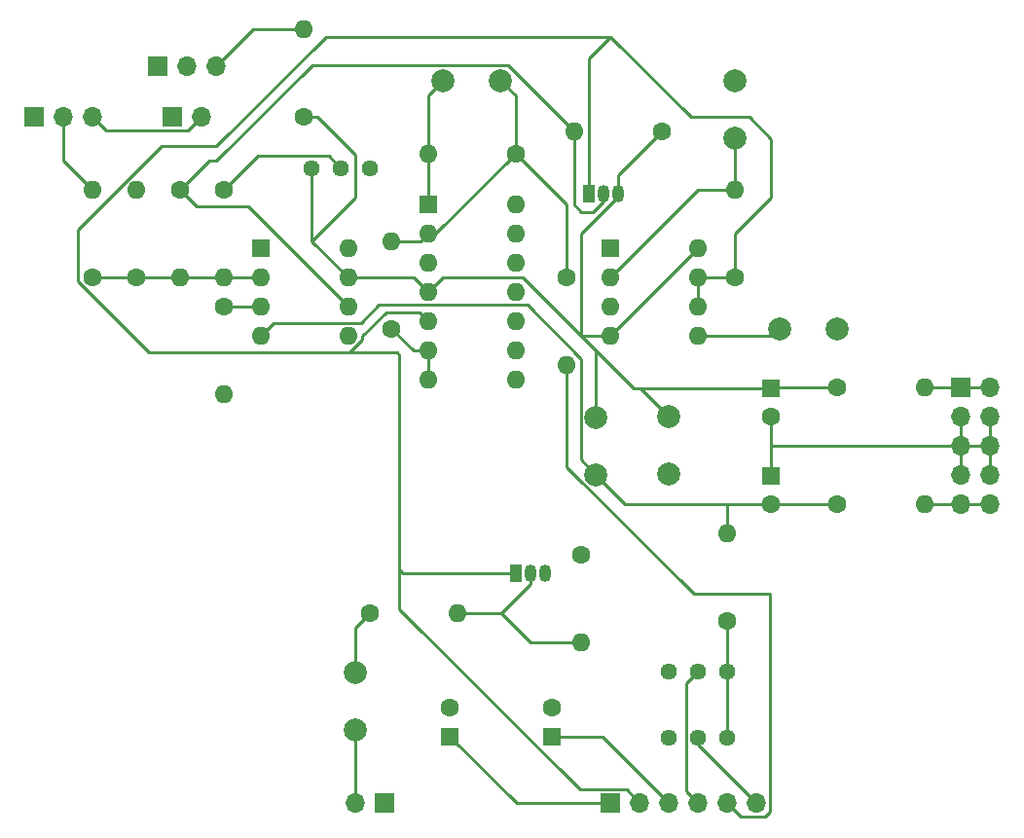
<source format=gbr>
%TF.GenerationSoftware,KiCad,Pcbnew,(6.0.6)*%
%TF.CreationDate,2022-11-10T09:08:44+01:00*%
%TF.ProjectId,LFO,4c464f2e-6b69-4636-9164-5f7063625858,rev?*%
%TF.SameCoordinates,Original*%
%TF.FileFunction,Copper,L1,Top*%
%TF.FilePolarity,Positive*%
%FSLAX46Y46*%
G04 Gerber Fmt 4.6, Leading zero omitted, Abs format (unit mm)*
G04 Created by KiCad (PCBNEW (6.0.6)) date 2022-11-10 09:08:44*
%MOMM*%
%LPD*%
G01*
G04 APERTURE LIST*
%TA.AperFunction,ComponentPad*%
%ADD10O,1.700000X1.700000*%
%TD*%
%TA.AperFunction,ComponentPad*%
%ADD11R,1.700000X1.700000*%
%TD*%
%TA.AperFunction,ComponentPad*%
%ADD12C,1.440000*%
%TD*%
%TA.AperFunction,ComponentPad*%
%ADD13C,2.000000*%
%TD*%
%TA.AperFunction,ComponentPad*%
%ADD14C,1.600000*%
%TD*%
%TA.AperFunction,ComponentPad*%
%ADD15R,1.600000X1.600000*%
%TD*%
%TA.AperFunction,ComponentPad*%
%ADD16O,1.600000X1.600000*%
%TD*%
%TA.AperFunction,ComponentPad*%
%ADD17R,1.050000X1.500000*%
%TD*%
%TA.AperFunction,ComponentPad*%
%ADD18O,1.050000X1.500000*%
%TD*%
%TA.AperFunction,Conductor*%
%ADD19C,0.250000*%
%TD*%
G04 APERTURE END LIST*
D10*
%TO.P,J1,10,Pin_10*%
%TO.N,Net-(R10-Pad2)*%
X157475000Y-117475000D03*
%TO.P,J1,9,Pin_9*%
X154935000Y-117475000D03*
%TO.P,J1,8,Pin_8*%
%TO.N,/GND*%
X157475000Y-114935000D03*
%TO.P,J1,7,Pin_7*%
X154935000Y-114935000D03*
%TO.P,J1,6,Pin_6*%
X157475000Y-112395000D03*
%TO.P,J1,5,Pin_5*%
X154935000Y-112395000D03*
%TO.P,J1,4,Pin_4*%
X157475000Y-109855000D03*
%TO.P,J1,3,Pin_3*%
X154935000Y-109855000D03*
%TO.P,J1,2,Pin_2*%
%TO.N,Net-(R9-Pad2)*%
X157475000Y-107315000D03*
D11*
%TO.P,J1,1,Pin_1*%
X154935000Y-107315000D03*
%TD*%
D10*
%TO.P,SW1,6,C*%
%TO.N,Net-(RV2-Pad2)*%
X137160000Y-143510000D03*
%TO.P,SW1,5,B*%
%TO.N,Net-(R12-Pad2)*%
X134620000Y-143510000D03*
%TO.P,SW1,4,A*%
%TO.N,Net-(RV1-Pad2)*%
X132080000Y-143510000D03*
%TO.P,SW1,3,C*%
%TO.N,Net-(SW1-Pad3)*%
X129540000Y-143510000D03*
%TO.P,SW1,2,B*%
%TO.N,Net-(Q1-Pad1)*%
X127000000Y-143510000D03*
D11*
%TO.P,SW1,1,A*%
%TO.N,Net-(C3-Pad1)*%
X124460000Y-143510000D03*
%TD*%
D10*
%TO.P,RV5,3,3*%
%TO.N,Net-(J3-Pad2)*%
X79390000Y-83820000D03*
%TO.P,RV5,2,2*%
%TO.N,Net-(R14-Pad2)*%
X76850000Y-83820000D03*
D11*
%TO.P,RV5,1,1*%
%TO.N,/GND*%
X74310000Y-83820000D03*
%TD*%
D10*
%TO.P,RV4,3,3*%
%TO.N,Net-(R15-Pad2)*%
X90170000Y-79375000D03*
%TO.P,RV4,2,2*%
%TO.N,Net-(R11-Pad2)*%
X87630000Y-79375000D03*
D11*
%TO.P,RV4,1,1*%
%TO.N,/GND*%
X85090000Y-79375000D03*
%TD*%
D12*
%TO.P,RV3,3,3*%
%TO.N,/GND*%
X103505000Y-88265000D03*
%TO.P,RV3,2,2*%
%TO.N,Net-(R13-Pad1)*%
X100965000Y-88265000D03*
%TO.P,RV3,1,1*%
%TO.N,/+12V*%
X98425000Y-88265000D03*
%TD*%
%TO.P,RV2,3,3*%
%TO.N,Net-(R8-Pad1)*%
X134620000Y-137795000D03*
%TO.P,RV2,2,2*%
%TO.N,Net-(RV2-Pad2)*%
X132080000Y-137795000D03*
%TO.P,RV2,1,1*%
%TO.N,/GND*%
X129540000Y-137795000D03*
%TD*%
%TO.P,RV1,3,3*%
%TO.N,Net-(R8-Pad1)*%
X134620000Y-132080000D03*
%TO.P,RV1,2,2*%
%TO.N,Net-(RV1-Pad2)*%
X132080000Y-132080000D03*
%TO.P,RV1,1,1*%
%TO.N,/GND*%
X129540000Y-132080000D03*
%TD*%
D10*
%TO.P,J3,2*%
%TO.N,Net-(J3-Pad2)*%
X88895000Y-83820000D03*
D11*
%TO.P,J3,1*%
%TO.N,/GND*%
X86355000Y-83820000D03*
%TD*%
D10*
%TO.P,J2,2*%
%TO.N,Net-(C1-Pad1)*%
X102235000Y-143510000D03*
D11*
%TO.P,J2,1*%
%TO.N,/GND*%
X104775000Y-143510000D03*
%TD*%
D13*
%TO.P,C10,2*%
%TO.N,Net-(C10-Pad2)*%
X109895000Y-80645000D03*
%TO.P,C10,1*%
%TO.N,Net-(C10-Pad1)*%
X114895000Y-80645000D03*
%TD*%
%TO.P,C6,2*%
%TO.N,/+12V*%
X123190000Y-109935000D03*
%TO.P,C6,1*%
%TO.N,/-12V*%
X123190000Y-114935000D03*
%TD*%
%TO.P,C5,1*%
%TO.N,/+12V*%
X129540000Y-109855000D03*
%TO.P,C5,2*%
%TO.N,/GND*%
X129540000Y-114855000D03*
%TD*%
%TO.P,C4,1*%
%TO.N,/GND*%
X144145000Y-102235000D03*
%TO.P,C4,2*%
%TO.N,Net-(C4-Pad2)*%
X139145000Y-102235000D03*
%TD*%
%TO.P,C2,2*%
%TO.N,/GND*%
X135255000Y-80685000D03*
%TO.P,C2,1*%
%TO.N,Net-(C2-Pad1)*%
X135255000Y-85685000D03*
%TD*%
%TO.P,C1,2*%
%TO.N,Net-(C1-Pad2)*%
X102235000Y-132120000D03*
%TO.P,C1,1*%
%TO.N,Net-(C1-Pad1)*%
X102235000Y-137120000D03*
%TD*%
D14*
%TO.P,C9,2*%
%TO.N,/-12V*%
X138430000Y-117522621D03*
D15*
%TO.P,C9,1*%
%TO.N,/GND*%
X138430000Y-115022621D03*
%TD*%
D14*
%TO.P,C8,2*%
%TO.N,/GND*%
X138430000Y-109902620D03*
D15*
%TO.P,C8,1*%
%TO.N,/+12V*%
X138430000Y-107402620D03*
%TD*%
D14*
%TO.P,C7,2*%
%TO.N,/GND*%
X119380000Y-135207380D03*
D15*
%TO.P,C7,1*%
%TO.N,Net-(SW1-Pad3)*%
X119380000Y-137707380D03*
%TD*%
D14*
%TO.P,C3,2*%
%TO.N,/GND*%
X110490000Y-135207380D03*
D15*
%TO.P,C3,1*%
%TO.N,Net-(C3-Pad1)*%
X110490000Y-137707380D03*
%TD*%
D16*
%TO.P,U3,8,NC*%
%TO.N,unconnected-(U3-Pad8)*%
X101610000Y-95260000D03*
%TO.P,U3,7,V+*%
%TO.N,/+12V*%
X101610000Y-97800000D03*
%TO.P,U3,6*%
%TO.N,Net-(Q2-Pad2)*%
X101610000Y-100340000D03*
%TO.P,U3,5,NULL*%
%TO.N,unconnected-(U3-Pad5)*%
X101610000Y-102880000D03*
%TO.P,U3,4,V-*%
%TO.N,/-12V*%
X93990000Y-102880000D03*
%TO.P,U3,3,+*%
%TO.N,Net-(R7-Pad1)*%
X93990000Y-100340000D03*
%TO.P,U3,2,-*%
%TO.N,Net-(R11-Pad1)*%
X93990000Y-97800000D03*
D15*
%TO.P,U3,1,NULL*%
%TO.N,unconnected-(U3-Pad1)*%
X93990000Y-95260000D03*
%TD*%
D16*
%TO.P,U1,14*%
%TO.N,N/C*%
X116215000Y-91435000D03*
%TO.P,U1,13*%
X116215000Y-93975000D03*
%TO.P,U1,12*%
X116215000Y-96515000D03*
%TO.P,U1,11*%
%TO.N,/-12V*%
X116215000Y-99055000D03*
%TO.P,U1,10*%
%TO.N,N/C*%
X116215000Y-101595000D03*
%TO.P,U1,9*%
X116215000Y-104135000D03*
%TO.P,U1,8*%
X116215000Y-106675000D03*
%TO.P,U1,7*%
%TO.N,Net-(R5-Pad1)*%
X108595000Y-106675000D03*
%TO.P,U1,6,-*%
X108595000Y-104135000D03*
%TO.P,U1,5,+*%
%TO.N,Net-(Q1-Pad1)*%
X108595000Y-101595000D03*
%TO.P,U1,4*%
%TO.N,/+12V*%
X108595000Y-99055000D03*
%TO.P,U1,3,+*%
%TO.N,/GND*%
X108595000Y-96515000D03*
%TO.P,U1,2,-*%
%TO.N,Net-(C10-Pad1)*%
X108595000Y-93975000D03*
D15*
%TO.P,U1,1*%
%TO.N,Net-(C10-Pad2)*%
X108595000Y-91435000D03*
%TD*%
D14*
%TO.P,R16,1*%
%TO.N,Net-(C10-Pad1)*%
X116205000Y-86995000D03*
D16*
%TO.P,R16,2*%
%TO.N,Net-(C10-Pad2)*%
X108585000Y-86995000D03*
%TD*%
D14*
%TO.P,R15,1*%
%TO.N,/+12V*%
X97790000Y-83820000D03*
D16*
%TO.P,R15,2*%
%TO.N,Net-(R15-Pad2)*%
X97790000Y-76200000D03*
%TD*%
%TO.P,R14,2*%
%TO.N,Net-(R14-Pad2)*%
X79375000Y-90170000D03*
D14*
%TO.P,R14,1*%
%TO.N,Net-(R11-Pad1)*%
X79375000Y-97790000D03*
%TD*%
D16*
%TO.P,R13,2*%
%TO.N,Net-(R11-Pad1)*%
X90805000Y-97790000D03*
D14*
%TO.P,R13,1*%
%TO.N,Net-(R13-Pad1)*%
X90805000Y-90170000D03*
%TD*%
%TO.P,R12,1*%
%TO.N,Net-(C10-Pad1)*%
X120650000Y-97790000D03*
D16*
%TO.P,R12,2*%
%TO.N,Net-(R12-Pad2)*%
X120650000Y-105410000D03*
%TD*%
D14*
%TO.P,R11,1*%
%TO.N,Net-(R11-Pad1)*%
X83185000Y-97790000D03*
D16*
%TO.P,R11,2*%
%TO.N,Net-(R11-Pad2)*%
X83185000Y-90170000D03*
%TD*%
%TO.P,R10,2*%
%TO.N,Net-(R10-Pad2)*%
X151765000Y-117475000D03*
D14*
%TO.P,R10,1*%
%TO.N,/-12V*%
X144145000Y-117475000D03*
%TD*%
D16*
%TO.P,R9,2*%
%TO.N,Net-(R9-Pad2)*%
X151765000Y-107315000D03*
D14*
%TO.P,R9,1*%
%TO.N,/+12V*%
X144145000Y-107315000D03*
%TD*%
D16*
%TO.P,R8,2*%
%TO.N,/-12V*%
X134620000Y-120015000D03*
D14*
%TO.P,R8,1*%
%TO.N,Net-(R8-Pad1)*%
X134620000Y-127635000D03*
%TD*%
%TO.P,R7,1*%
%TO.N,Net-(R7-Pad1)*%
X90805000Y-100330000D03*
D16*
%TO.P,R7,2*%
%TO.N,/GND*%
X90805000Y-107950000D03*
%TD*%
%TO.P,R6,2*%
%TO.N,Net-(R11-Pad1)*%
X86995000Y-97790000D03*
D14*
%TO.P,R6,1*%
%TO.N,Net-(Q2-Pad2)*%
X86995000Y-90170000D03*
%TD*%
D16*
%TO.P,R5,2*%
%TO.N,Net-(C10-Pad1)*%
X105410000Y-94615000D03*
D14*
%TO.P,R5,1*%
%TO.N,Net-(R5-Pad1)*%
X105410000Y-102235000D03*
%TD*%
D16*
%TO.P,R4,2*%
%TO.N,Net-(Q2-Pad2)*%
X121285000Y-85090000D03*
D14*
%TO.P,R4,1*%
%TO.N,/+12V*%
X128905000Y-85090000D03*
%TD*%
%TO.P,R3,1*%
%TO.N,Net-(Q1-Pad1)*%
X135255000Y-97790000D03*
D16*
%TO.P,R3,2*%
%TO.N,Net-(C2-Pad1)*%
X135255000Y-90170000D03*
%TD*%
%TO.P,R2,2*%
%TO.N,Net-(Q1-Pad2)*%
X121920000Y-129540000D03*
D14*
%TO.P,R2,1*%
%TO.N,/GND*%
X121920000Y-121920000D03*
%TD*%
D16*
%TO.P,R1,2*%
%TO.N,Net-(Q1-Pad2)*%
X111125000Y-127000000D03*
D14*
%TO.P,R1,1*%
%TO.N,Net-(C1-Pad2)*%
X103505000Y-127000000D03*
%TD*%
D15*
%TO.P,U2,1,GND*%
%TO.N,/GND*%
X124460000Y-95250000D03*
D16*
%TO.P,U2,2,TR*%
%TO.N,Net-(C2-Pad1)*%
X124460000Y-97790000D03*
%TO.P,U2,3,Q*%
%TO.N,unconnected-(U2-Pad3)*%
X124460000Y-100330000D03*
%TO.P,U2,4,R*%
%TO.N,/+12V*%
X124460000Y-102870000D03*
%TO.P,U2,5,CV*%
%TO.N,Net-(C4-Pad2)*%
X132080000Y-102870000D03*
%TO.P,U2,6,THR*%
%TO.N,Net-(Q1-Pad1)*%
X132080000Y-100330000D03*
%TO.P,U2,7,DIS*%
X132080000Y-97790000D03*
%TO.P,U2,8,VCC*%
%TO.N,/+12V*%
X132080000Y-95250000D03*
%TD*%
D17*
%TO.P,Q2,1,C*%
%TO.N,Net-(Q1-Pad1)*%
X122555000Y-90530000D03*
D18*
%TO.P,Q2,2,B*%
%TO.N,Net-(Q2-Pad2)*%
X123825000Y-90530000D03*
%TO.P,Q2,3,E*%
%TO.N,/+12V*%
X125095000Y-90530000D03*
%TD*%
D17*
%TO.P,Q1,1,D*%
%TO.N,Net-(Q1-Pad1)*%
X116205000Y-123550000D03*
D18*
%TO.P,Q1,2,G*%
%TO.N,Net-(Q1-Pad2)*%
X117475000Y-123550000D03*
%TO.P,Q1,3,S*%
%TO.N,/GND*%
X118745000Y-123550000D03*
%TD*%
D19*
%TO.N,Net-(Q1-Pad2)*%
X117475000Y-129540000D02*
X121920000Y-129540000D01*
X114935000Y-127000000D02*
X117475000Y-129540000D01*
X114935000Y-127000000D02*
X111125000Y-127000000D01*
X117475000Y-124460000D02*
X114935000Y-127000000D01*
X117475000Y-123550000D02*
X117475000Y-124460000D01*
%TO.N,Net-(C1-Pad2)*%
X102235000Y-128270000D02*
X103505000Y-127000000D01*
X102235000Y-132120000D02*
X102235000Y-128270000D01*
%TO.N,Net-(R11-Pad1)*%
X79385000Y-97800000D02*
X79375000Y-97790000D01*
X93990000Y-97800000D02*
X79385000Y-97800000D01*
%TO.N,/-12V*%
X125730000Y-117475000D02*
X123190000Y-114935000D01*
X134620000Y-117475000D02*
X125730000Y-117475000D01*
X134667621Y-117522621D02*
X134620000Y-117475000D01*
X138430000Y-117522621D02*
X134667621Y-117522621D01*
%TO.N,/+12V*%
X132080000Y-95250000D02*
X124460000Y-102870000D01*
%TO.N,Net-(Q1-Pad1)*%
X102870000Y-103210991D02*
X101747390Y-104333601D01*
X102870000Y-102870000D02*
X102870000Y-103210991D01*
X101747390Y-104333601D02*
X100523601Y-104333601D01*
X100523601Y-104333601D02*
X84327610Y-104333601D01*
X105856399Y-104333601D02*
X100523601Y-104333601D01*
X99695000Y-76835000D02*
X124460000Y-76835000D01*
X78105000Y-93659009D02*
X85404009Y-86360000D01*
X85404009Y-86360000D02*
X90170000Y-86360000D01*
X84327610Y-104333601D02*
X78105000Y-98110991D01*
X90170000Y-86360000D02*
X99695000Y-76835000D01*
X106047500Y-104524702D02*
X105856399Y-104333601D01*
X78105000Y-98110991D02*
X78105000Y-93659009D01*
X106047500Y-123187500D02*
X106047500Y-104524702D01*
%TO.N,Net-(C1-Pad1)*%
X102235000Y-137120000D02*
X102235000Y-143510000D01*
%TO.N,/+12V*%
X127087620Y-107402620D02*
X126452620Y-107402620D01*
X129540000Y-109855000D02*
X127087620Y-107402620D01*
X123190000Y-104140000D02*
X121920000Y-102870000D01*
X123190000Y-109935000D02*
X123190000Y-104140000D01*
%TO.N,/-12V*%
X117191400Y-100180000D02*
X115090000Y-100180000D01*
X121865000Y-104853600D02*
X117191400Y-100180000D01*
X121865000Y-113610000D02*
X121865000Y-104853600D01*
X123190000Y-114935000D02*
X121865000Y-113610000D01*
%TO.N,Net-(R12-Pad2)*%
X137890000Y-144685000D02*
X135795000Y-144685000D01*
X138335000Y-125320991D02*
X138335000Y-144240000D01*
X120650000Y-114268833D02*
X131702158Y-125320991D01*
X138335000Y-144240000D02*
X137890000Y-144685000D01*
X120650000Y-105410000D02*
X120650000Y-114268833D01*
X131702158Y-125320991D02*
X138335000Y-125320991D01*
X135795000Y-144685000D02*
X134620000Y-143510000D01*
%TO.N,Net-(C2-Pad1)*%
X135255000Y-85685000D02*
X135255000Y-90170000D01*
%TO.N,Net-(Q1-Pad1)*%
X135255000Y-93980000D02*
X135255000Y-97790000D01*
X136525000Y-83820000D02*
X138430000Y-85725000D01*
X138430000Y-85725000D02*
X138430000Y-90805000D01*
X131445000Y-83820000D02*
X136525000Y-83820000D01*
X138430000Y-90805000D02*
X135255000Y-93980000D01*
X124460000Y-76835000D02*
X131445000Y-83820000D01*
%TO.N,/-12V*%
X113815000Y-100180000D02*
X104290000Y-100180000D01*
X115090000Y-100180000D02*
X113815000Y-100180000D01*
%TO.N,Net-(Q1-Pad1)*%
X122555000Y-78740000D02*
X124460000Y-76835000D01*
X122555000Y-90530000D02*
X122555000Y-78740000D01*
%TO.N,/+12V*%
X125095000Y-88900000D02*
X128905000Y-85090000D01*
X125095000Y-90530000D02*
X125095000Y-88900000D01*
%TO.N,Net-(Q2-Pad2)*%
X89535000Y-87630000D02*
X86995000Y-90170000D01*
X90170000Y-87630000D02*
X89535000Y-87630000D01*
X98480000Y-79320000D02*
X90170000Y-87630000D01*
X115515000Y-79320000D02*
X98480000Y-79320000D01*
X121285000Y-85090000D02*
X115515000Y-79320000D01*
X121285000Y-91440000D02*
X121285000Y-85090000D01*
X121920000Y-92075000D02*
X121285000Y-91440000D01*
X122935000Y-92075000D02*
X121920000Y-92075000D01*
X123825000Y-91185000D02*
X122935000Y-92075000D01*
X123825000Y-90530000D02*
X123825000Y-91185000D01*
%TO.N,/+12V*%
X121920000Y-93930000D02*
X121920000Y-102870000D01*
X125095000Y-90755000D02*
X121920000Y-93930000D01*
X125095000Y-90530000D02*
X125095000Y-90755000D01*
%TO.N,Net-(Q2-Pad2)*%
X88448601Y-91623601D02*
X86995000Y-90170000D01*
X101610000Y-100340000D02*
X92893601Y-91623601D01*
X92893601Y-91623601D02*
X88448601Y-91623601D01*
%TO.N,/-12V*%
X95115000Y-101755000D02*
X93990000Y-102880000D01*
X102715000Y-101755000D02*
X95115000Y-101755000D01*
X104290000Y-100180000D02*
X102715000Y-101755000D01*
%TO.N,Net-(C10-Pad1)*%
X107955000Y-94615000D02*
X108595000Y-93975000D01*
X105410000Y-94615000D02*
X107955000Y-94615000D01*
%TO.N,Net-(R5-Pad1)*%
X107310000Y-104135000D02*
X105410000Y-102235000D01*
X108595000Y-104135000D02*
X107310000Y-104135000D01*
%TO.N,Net-(Q1-Pad1)*%
X104944999Y-100795001D02*
X102870000Y-102870000D01*
X107795001Y-100795001D02*
X104944999Y-100795001D01*
X108595000Y-101595000D02*
X107795001Y-100795001D01*
%TO.N,Net-(R5-Pad1)*%
X108595000Y-104135000D02*
X108595000Y-106675000D01*
%TO.N,/+12V*%
X102235000Y-90805000D02*
X98425000Y-94615000D01*
X98921370Y-83820000D02*
X102235000Y-87133630D01*
X102235000Y-87133630D02*
X102235000Y-90805000D01*
X97790000Y-83820000D02*
X98921370Y-83820000D01*
%TO.N,Net-(R15-Pad2)*%
X93345000Y-76200000D02*
X97790000Y-76200000D01*
X90170000Y-79375000D02*
X93345000Y-76200000D01*
%TO.N,Net-(Q1-Pad1)*%
X106410000Y-123550000D02*
X106047500Y-123187500D01*
X106047500Y-126623482D02*
X106047500Y-123187500D01*
X109120982Y-123550000D02*
X106410000Y-123550000D01*
X116205000Y-123550000D02*
X109120982Y-123550000D01*
%TO.N,Net-(C10-Pad1)*%
X120650000Y-91440000D02*
X116205000Y-86995000D01*
X120650000Y-97790000D02*
X120650000Y-91440000D01*
%TO.N,/-12V*%
X134620000Y-120015000D02*
X134620000Y-117490000D01*
%TO.N,Net-(RV2-Pad2)*%
X132080000Y-138430000D02*
X132080000Y-137795000D01*
X137160000Y-143510000D02*
X132080000Y-138430000D01*
%TO.N,Net-(RV1-Pad2)*%
X131035000Y-133125000D02*
X132080000Y-132080000D01*
X131035000Y-142465000D02*
X131035000Y-133125000D01*
X132080000Y-143510000D02*
X131035000Y-142465000D01*
%TO.N,Net-(Q1-Pad1)*%
X121759018Y-142335000D02*
X106047500Y-126623482D01*
X127000000Y-143510000D02*
X125825000Y-142335000D01*
X125825000Y-142335000D02*
X121759018Y-142335000D01*
%TO.N,Net-(SW1-Pad3)*%
X123737380Y-137707380D02*
X119380000Y-137707380D01*
X129540000Y-143510000D02*
X123737380Y-137707380D01*
%TO.N,Net-(C3-Pad1)*%
X116292620Y-143510000D02*
X110490000Y-137707380D01*
X124460000Y-143510000D02*
X116292620Y-143510000D01*
%TO.N,Net-(J3-Pad2)*%
X87720000Y-84995000D02*
X88895000Y-83820000D01*
X80565000Y-84995000D02*
X87720000Y-84995000D01*
X79390000Y-83820000D02*
X80565000Y-84995000D01*
%TO.N,Net-(R14-Pad2)*%
X76850000Y-87645000D02*
X79375000Y-90170000D01*
X76850000Y-83820000D02*
X76850000Y-87645000D01*
%TO.N,Net-(C2-Pad1)*%
X132080000Y-90170000D02*
X124460000Y-97790000D01*
X135255000Y-90170000D02*
X132080000Y-90170000D01*
%TO.N,/+12V*%
X98425000Y-94615000D02*
X101610000Y-97800000D01*
X98425000Y-88265000D02*
X98425000Y-94615000D01*
%TO.N,Net-(C10-Pad2)*%
X108585000Y-81955000D02*
X109895000Y-80645000D01*
X108585000Y-86995000D02*
X108585000Y-81955000D01*
%TO.N,Net-(C10-Pad1)*%
X116205000Y-81955000D02*
X114895000Y-80645000D01*
X116205000Y-86995000D02*
X116205000Y-81955000D01*
X109225000Y-93975000D02*
X108595000Y-93975000D01*
X116205000Y-86995000D02*
X109225000Y-93975000D01*
%TO.N,Net-(C10-Pad2)*%
X108595000Y-87005000D02*
X108585000Y-86995000D01*
X108595000Y-91435000D02*
X108595000Y-87005000D01*
%TO.N,Net-(R13-Pad1)*%
X99920000Y-87220000D02*
X100965000Y-88265000D01*
X90805000Y-90170000D02*
X93755000Y-87220000D01*
X93755000Y-87220000D02*
X99920000Y-87220000D01*
%TO.N,Net-(C4-Pad2)*%
X138510000Y-102870000D02*
X139145000Y-102235000D01*
X132080000Y-102870000D02*
X138510000Y-102870000D01*
%TO.N,Net-(Q1-Pad1)*%
X132080000Y-97790000D02*
X135255000Y-97790000D01*
X132080000Y-97790000D02*
X132080000Y-100330000D01*
%TO.N,Net-(R8-Pad1)*%
X134620000Y-127635000D02*
X134620000Y-137795000D01*
%TO.N,Net-(R7-Pad1)*%
X90815000Y-100340000D02*
X90805000Y-100330000D01*
X93990000Y-100340000D02*
X90815000Y-100340000D01*
%TO.N,Net-(R11-Pad1)*%
X90815000Y-97800000D02*
X90805000Y-97790000D01*
%TO.N,/+12V*%
X126452620Y-107402620D02*
X134364018Y-107402620D01*
X121920000Y-102870000D02*
X126452620Y-107402620D01*
X121920000Y-102870000D02*
X124460000Y-102870000D01*
X109860000Y-97790000D02*
X116840000Y-97790000D01*
X108595000Y-99055000D02*
X109860000Y-97790000D01*
X116840000Y-97790000D02*
X121920000Y-102870000D01*
X107340000Y-97800000D02*
X108595000Y-99055000D01*
X101610000Y-97800000D02*
X107340000Y-97800000D01*
X134364018Y-107402620D02*
X138430000Y-107402620D01*
%TO.N,/GND*%
X157475000Y-114935000D02*
X157475000Y-112395000D01*
X157475000Y-109855000D02*
X157475000Y-112395000D01*
X154935000Y-109855000D02*
X154935000Y-112395000D01*
X157475000Y-112395000D02*
X154935000Y-112395000D01*
X154935000Y-114935000D02*
X154935000Y-112395000D01*
X154935000Y-112395000D02*
X138430000Y-112395000D01*
X138430000Y-112395000D02*
X138430000Y-109902620D01*
X138430000Y-115022621D02*
X138430000Y-112395000D01*
%TO.N,/-12V*%
X138477621Y-117475000D02*
X138430000Y-117522621D01*
X144145000Y-117475000D02*
X138477621Y-117475000D01*
%TO.N,/+12V*%
X138517620Y-107315000D02*
X138430000Y-107402620D01*
X144145000Y-107315000D02*
X138517620Y-107315000D01*
%TO.N,Net-(R9-Pad2)*%
X157475000Y-107315000D02*
X154935000Y-107315000D01*
X154935000Y-107315000D02*
X151765000Y-107315000D01*
%TO.N,Net-(R10-Pad2)*%
X157475000Y-117475000D02*
X154935000Y-117475000D01*
X154935000Y-117475000D02*
X151765000Y-117475000D01*
%TD*%
M02*

</source>
